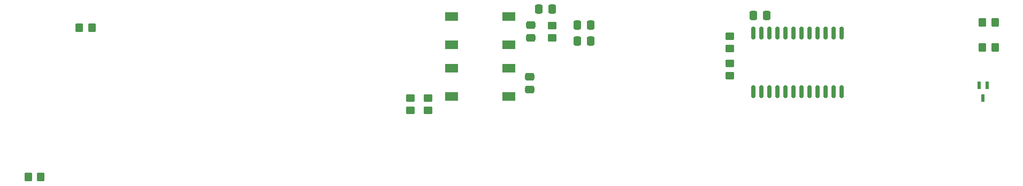
<source format=gbr>
%TF.GenerationSoftware,KiCad,Pcbnew,9.0.1*%
%TF.CreationDate,2025-06-18T18:38:46+02:00*%
%TF.ProjectId,open_g_db,6f70656e-5f67-45f6-9462-2e6b69636164,rev?*%
%TF.SameCoordinates,Original*%
%TF.FileFunction,Paste,Top*%
%TF.FilePolarity,Positive*%
%FSLAX46Y46*%
G04 Gerber Fmt 4.6, Leading zero omitted, Abs format (unit mm)*
G04 Created by KiCad (PCBNEW 9.0.1) date 2025-06-18 18:38:46*
%MOMM*%
%LPD*%
G01*
G04 APERTURE LIST*
G04 Aperture macros list*
%AMRoundRect*
0 Rectangle with rounded corners*
0 $1 Rounding radius*
0 $2 $3 $4 $5 $6 $7 $8 $9 X,Y pos of 4 corners*
0 Add a 4 corners polygon primitive as box body*
4,1,4,$2,$3,$4,$5,$6,$7,$8,$9,$2,$3,0*
0 Add four circle primitives for the rounded corners*
1,1,$1+$1,$2,$3*
1,1,$1+$1,$4,$5*
1,1,$1+$1,$6,$7*
1,1,$1+$1,$8,$9*
0 Add four rect primitives between the rounded corners*
20,1,$1+$1,$2,$3,$4,$5,0*
20,1,$1+$1,$4,$5,$6,$7,0*
20,1,$1+$1,$6,$7,$8,$9,0*
20,1,$1+$1,$8,$9,$2,$3,0*%
G04 Aperture macros list end*
%ADD10RoundRect,0.250000X0.337500X0.475000X-0.337500X0.475000X-0.337500X-0.475000X0.337500X-0.475000X0*%
%ADD11RoundRect,0.250000X-0.350000X-0.450000X0.350000X-0.450000X0.350000X0.450000X-0.350000X0.450000X0*%
%ADD12RoundRect,0.250000X0.475000X-0.337500X0.475000X0.337500X-0.475000X0.337500X-0.475000X-0.337500X0*%
%ADD13R,2.100000X1.400000*%
%ADD14RoundRect,0.250000X0.450000X-0.350000X0.450000X0.350000X-0.450000X0.350000X-0.450000X-0.350000X0*%
%ADD15RoundRect,0.250000X-0.450000X0.350000X-0.450000X-0.350000X0.450000X-0.350000X0.450000X0.350000X0*%
%ADD16RoundRect,0.150000X0.150000X-0.875000X0.150000X0.875000X-0.150000X0.875000X-0.150000X-0.875000X0*%
%ADD17R,0.550000X1.150000*%
G04 APERTURE END LIST*
D10*
%TO.C,C8*%
X147000000Y-67000000D03*
X144925000Y-67000000D03*
%TD*%
%TO.C,C11*%
X174837500Y-62900000D03*
X172762500Y-62900000D03*
%TD*%
D11*
%TO.C,R10*%
X209000000Y-64000000D03*
X211000000Y-64000000D03*
%TD*%
D12*
%TO.C,C2*%
X137400000Y-74700000D03*
X137400000Y-72625000D03*
%TD*%
D10*
%TO.C,C3*%
X140900000Y-61900000D03*
X138825000Y-61900000D03*
%TD*%
D11*
%TO.C,R2*%
X58000000Y-88600000D03*
X60000000Y-88600000D03*
%TD*%
D13*
%TO.C,IC2*%
X134100000Y-75800000D03*
X125000000Y-75800000D03*
X134100000Y-71300000D03*
X125000000Y-71300000D03*
%TD*%
D10*
%TO.C,C7*%
X147000000Y-64400000D03*
X144925000Y-64400000D03*
%TD*%
D14*
%TO.C,R13*%
X118500000Y-78000000D03*
X118500000Y-76000000D03*
%TD*%
D13*
%TO.C,IC1*%
X134100000Y-67600000D03*
X125000000Y-67600000D03*
X134100000Y-63100000D03*
X125000000Y-63100000D03*
%TD*%
D11*
%TO.C,R1*%
X66100000Y-64900000D03*
X68100000Y-64900000D03*
%TD*%
D14*
%TO.C,R3*%
X169000000Y-72500000D03*
X169000000Y-70500000D03*
%TD*%
D15*
%TO.C,R7*%
X140900000Y-64500000D03*
X140900000Y-66500000D03*
%TD*%
D14*
%TO.C,R11*%
X121300000Y-78000000D03*
X121300000Y-76000000D03*
%TD*%
D15*
%TO.C,R4*%
X169000000Y-66200000D03*
X169000000Y-68200000D03*
%TD*%
D16*
%TO.C,U2*%
X172730001Y-75000000D03*
X174000000Y-75000000D03*
X175270000Y-75000000D03*
X176540000Y-75000001D03*
X177810000Y-75000000D03*
X179080000Y-75000000D03*
X180350000Y-75000000D03*
X181620000Y-75000000D03*
X182890000Y-75000001D03*
X184160000Y-75000000D03*
X185430000Y-75000000D03*
X186699999Y-75000000D03*
X186699999Y-65700000D03*
X185430000Y-65700000D03*
X184160000Y-65700000D03*
X182890000Y-65699999D03*
X181620000Y-65700000D03*
X180350000Y-65700000D03*
X179080000Y-65700000D03*
X177810000Y-65700000D03*
X176540000Y-65699999D03*
X175270000Y-65700000D03*
X174000000Y-65700000D03*
X172730001Y-65700000D03*
%TD*%
D17*
%TO.C,D3*%
X209750000Y-74000000D03*
X208450000Y-74000000D03*
X209100000Y-76000000D03*
%TD*%
D12*
%TO.C,C1*%
X137500000Y-66500000D03*
X137500000Y-64425000D03*
%TD*%
D11*
%TO.C,R12*%
X209000000Y-68000000D03*
X211000000Y-68000000D03*
%TD*%
M02*

</source>
